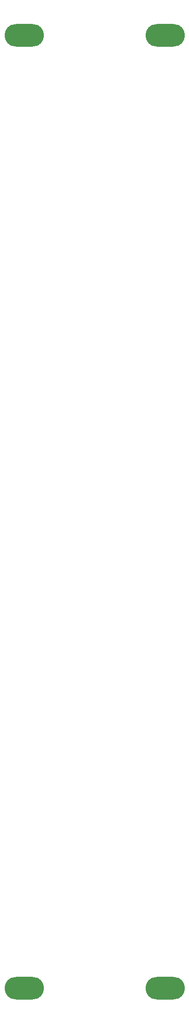
<source format=gbs>
%TF.GenerationSoftware,KiCad,Pcbnew,(6.0.0-0)*%
%TF.CreationDate,2022-06-17T06:07:28+01:00*%
%TF.ProjectId,4u-damped-integrator-panel,34752d64-616d-4706-9564-2d696e746567,r01*%
%TF.SameCoordinates,Original*%
%TF.FileFunction,Soldermask,Bot*%
%TF.FilePolarity,Negative*%
%FSLAX46Y46*%
G04 Gerber Fmt 4.6, Leading zero omitted, Abs format (unit mm)*
G04 Created by KiCad (PCBNEW (6.0.0-0)) date 2022-06-17 06:07:28*
%MOMM*%
%LPD*%
G01*
G04 APERTURE LIST*
%ADD10O,7.000000X4.000000*%
G04 APERTURE END LIST*
D10*
%TO.C,Ref\u002A\u002A*%
X87476000Y-194500000D03*
X87476000Y-25500000D03*
X112524000Y-194500000D03*
X112524000Y-25500000D03*
%TD*%
M02*

</source>
